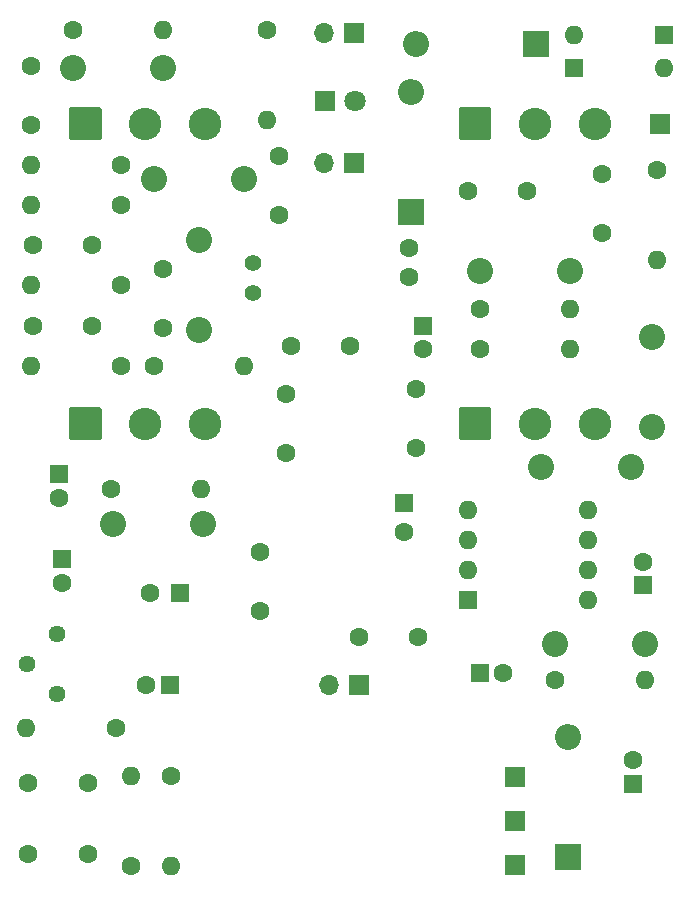
<source format=gbs>
G04 #@! TF.GenerationSoftware,KiCad,Pcbnew,(5.1.10)-1*
G04 #@! TF.CreationDate,2022-03-26T18:38:29-04:00*
G04 #@! TF.ProjectId,malice-striker,6d616c69-6365-42d7-9374-72696b65722e,rev?*
G04 #@! TF.SameCoordinates,Original*
G04 #@! TF.FileFunction,Soldermask,Bot*
G04 #@! TF.FilePolarity,Negative*
%FSLAX46Y46*%
G04 Gerber Fmt 4.6, Leading zero omitted, Abs format (unit mm)*
G04 Created by KiCad (PCBNEW (5.1.10)-1) date 2022-03-26 18:38:29*
%MOMM*%
%LPD*%
G01*
G04 APERTURE LIST*
%ADD10R,1.700000X1.700000*%
%ADD11O,1.700000X1.700000*%
%ADD12C,2.743200*%
%ADD13R,1.600000X1.600000*%
%ADD14O,1.600000X1.600000*%
%ADD15C,1.440000*%
%ADD16C,1.600000*%
%ADD17C,2.203200*%
%ADD18R,2.200000X2.200000*%
%ADD19O,2.200000X2.200000*%
%ADD20C,1.400000*%
%ADD21C,1.800000*%
%ADD22R,1.800000X1.800000*%
G04 APERTURE END LIST*
D10*
X61000000Y-106500000D03*
X61000000Y-102750000D03*
X61000000Y-99000000D03*
X73250000Y-43750000D03*
X47800000Y-91200000D03*
D11*
X45260000Y-91200000D03*
D10*
X47400000Y-47000000D03*
D11*
X44860000Y-47000000D03*
D10*
X47400000Y-36000000D03*
D11*
X44860000Y-36000000D03*
D12*
X34780000Y-43700000D03*
X29700000Y-43700000D03*
G36*
G01*
X25991600Y-42430000D02*
X25991600Y-44970000D01*
G75*
G02*
X25890000Y-45071600I-101600J0D01*
G01*
X23350000Y-45071600D01*
G75*
G02*
X23248400Y-44970000I0J101600D01*
G01*
X23248400Y-42430000D01*
G75*
G02*
X23350000Y-42328400I101600J0D01*
G01*
X25890000Y-42328400D01*
G75*
G02*
X25991600Y-42430000I0J-101600D01*
G01*
G37*
D13*
X57000000Y-84000000D03*
D14*
X67160000Y-76380000D03*
X57000000Y-81460000D03*
X67160000Y-78920000D03*
X57000000Y-78920000D03*
X67160000Y-81460000D03*
X57000000Y-76380000D03*
X67160000Y-84000000D03*
G36*
G01*
X58991600Y-67830000D02*
X58991600Y-70370000D01*
G75*
G02*
X58890000Y-70471600I-101600J0D01*
G01*
X56350000Y-70471600D01*
G75*
G02*
X56248400Y-70370000I0J101600D01*
G01*
X56248400Y-67830000D01*
G75*
G02*
X56350000Y-67728400I101600J0D01*
G01*
X58890000Y-67728400D01*
G75*
G02*
X58991600Y-67830000I0J-101600D01*
G01*
G37*
D12*
X62700000Y-69100000D03*
X67780000Y-69100000D03*
D15*
X22200000Y-92000000D03*
X19660000Y-89460000D03*
X22200000Y-86920000D03*
D16*
X28500000Y-106550000D03*
D14*
X28500000Y-98930000D03*
X72020000Y-90800000D03*
D16*
X64400000Y-90800000D03*
D17*
X70810000Y-72800000D03*
X63190000Y-72800000D03*
D16*
X27600000Y-64200000D03*
D14*
X19980000Y-64200000D03*
X38020000Y-64200000D03*
D16*
X30400000Y-64200000D03*
D17*
X64390000Y-87800000D03*
X72010000Y-87800000D03*
D14*
X19980000Y-57400000D03*
D16*
X27600000Y-57400000D03*
X31900000Y-98950000D03*
D14*
X31900000Y-106570000D03*
X73000000Y-55220000D03*
D16*
X73000000Y-47600000D03*
D17*
X38010000Y-48400000D03*
X30390000Y-48400000D03*
D14*
X19980000Y-47200000D03*
D16*
X27600000Y-47200000D03*
X26800000Y-74600000D03*
D14*
X34420000Y-74600000D03*
X19580000Y-94900000D03*
D16*
X27200000Y-94900000D03*
D17*
X26990000Y-77600000D03*
X34610000Y-77600000D03*
D14*
X19980000Y-50600000D03*
D16*
X27600000Y-50600000D03*
D14*
X65620000Y-62800000D03*
D16*
X58000000Y-62800000D03*
D17*
X34200000Y-53590000D03*
X34200000Y-61210000D03*
X72600000Y-69410000D03*
X72600000Y-61790000D03*
X57990000Y-56200000D03*
X65610000Y-56200000D03*
D14*
X65620000Y-59400000D03*
D16*
X58000000Y-59400000D03*
D17*
X23590000Y-39000000D03*
X31210000Y-39000000D03*
D14*
X31220000Y-35800000D03*
D16*
X23600000Y-35800000D03*
X40000000Y-35800000D03*
D14*
X40000000Y-43420000D03*
G36*
G01*
X58991600Y-42430000D02*
X58991600Y-44970000D01*
G75*
G02*
X58890000Y-45071600I-101600J0D01*
G01*
X56350000Y-45071600D01*
G75*
G02*
X56248400Y-44970000I0J101600D01*
G01*
X56248400Y-42430000D01*
G75*
G02*
X56350000Y-42328400I101600J0D01*
G01*
X58890000Y-42328400D01*
G75*
G02*
X58991600Y-42430000I0J-101600D01*
G01*
G37*
D12*
X62700000Y-43700000D03*
X67780000Y-43700000D03*
D14*
X65980000Y-36200000D03*
D13*
X73600000Y-36200000D03*
D14*
X73620000Y-39000000D03*
D13*
X66000000Y-39000000D03*
D18*
X65500000Y-105800000D03*
D19*
X65500000Y-95640000D03*
D18*
X52200000Y-51200000D03*
D19*
X52200000Y-41040000D03*
D18*
X62800000Y-37000000D03*
D19*
X52640000Y-37000000D03*
D16*
X22400000Y-75400000D03*
D13*
X22400000Y-73400000D03*
D16*
X71000000Y-97600000D03*
D13*
X71000000Y-99600000D03*
D16*
X39400000Y-80000000D03*
X39400000Y-85000000D03*
X20200000Y-60800000D03*
X25200000Y-60800000D03*
D13*
X32600000Y-83400000D03*
D16*
X30100000Y-83400000D03*
X22600000Y-82600000D03*
D13*
X22600000Y-80600000D03*
D16*
X52600000Y-71200000D03*
X52600000Y-66200000D03*
X42000000Y-62500000D03*
X47000000Y-62500000D03*
X24800000Y-105500000D03*
X19800000Y-105500000D03*
X52800000Y-87200000D03*
X47800000Y-87200000D03*
X24800000Y-99500000D03*
X19800000Y-99500000D03*
X41600000Y-66600000D03*
X41600000Y-71600000D03*
X51600000Y-78300000D03*
D13*
X51600000Y-75800000D03*
D16*
X53200000Y-62800000D03*
D13*
X53200000Y-60800000D03*
D20*
X38800000Y-58000000D03*
X38800000Y-55500000D03*
D16*
X52000000Y-54200000D03*
X52000000Y-56700000D03*
X60000000Y-90250000D03*
D13*
X58000000Y-90250000D03*
D16*
X25200000Y-54000000D03*
X20200000Y-54000000D03*
X31200000Y-56000000D03*
X31200000Y-61000000D03*
X68400000Y-48000000D03*
X68400000Y-53000000D03*
X57000000Y-49400000D03*
X62000000Y-49400000D03*
X71800000Y-80800000D03*
D13*
X71800000Y-82800000D03*
D16*
X29750000Y-91250000D03*
D13*
X31750000Y-91250000D03*
D16*
X20000000Y-43800000D03*
X20000000Y-38800000D03*
X41000000Y-46400000D03*
X41000000Y-51400000D03*
G36*
G01*
X25991600Y-67830000D02*
X25991600Y-70370000D01*
G75*
G02*
X25890000Y-70471600I-101600J0D01*
G01*
X23350000Y-70471600D01*
G75*
G02*
X23248400Y-70370000I0J101600D01*
G01*
X23248400Y-67830000D01*
G75*
G02*
X23350000Y-67728400I101600J0D01*
G01*
X25890000Y-67728400D01*
G75*
G02*
X25991600Y-67830000I0J-101600D01*
G01*
G37*
D12*
X29700000Y-69100000D03*
X34780000Y-69100000D03*
D21*
X47470000Y-41790000D03*
D22*
X44930000Y-41790000D03*
M02*

</source>
